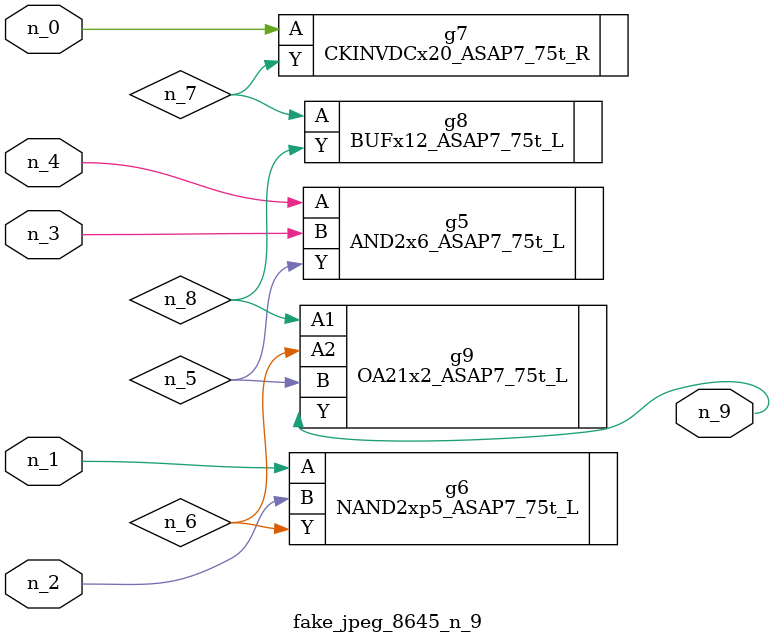
<source format=v>
module fake_jpeg_8645_n_9 (n_3, n_2, n_1, n_0, n_4, n_9);

input n_3;
input n_2;
input n_1;
input n_0;
input n_4;

output n_9;

wire n_8;
wire n_6;
wire n_5;
wire n_7;

AND2x6_ASAP7_75t_L g5 ( 
.A(n_4),
.B(n_3),
.Y(n_5)
);

NAND2xp5_ASAP7_75t_L g6 ( 
.A(n_1),
.B(n_2),
.Y(n_6)
);

CKINVDCx20_ASAP7_75t_R g7 ( 
.A(n_0),
.Y(n_7)
);

BUFx12_ASAP7_75t_L g8 ( 
.A(n_7),
.Y(n_8)
);

OA21x2_ASAP7_75t_L g9 ( 
.A1(n_8),
.A2(n_6),
.B(n_5),
.Y(n_9)
);


endmodule
</source>
